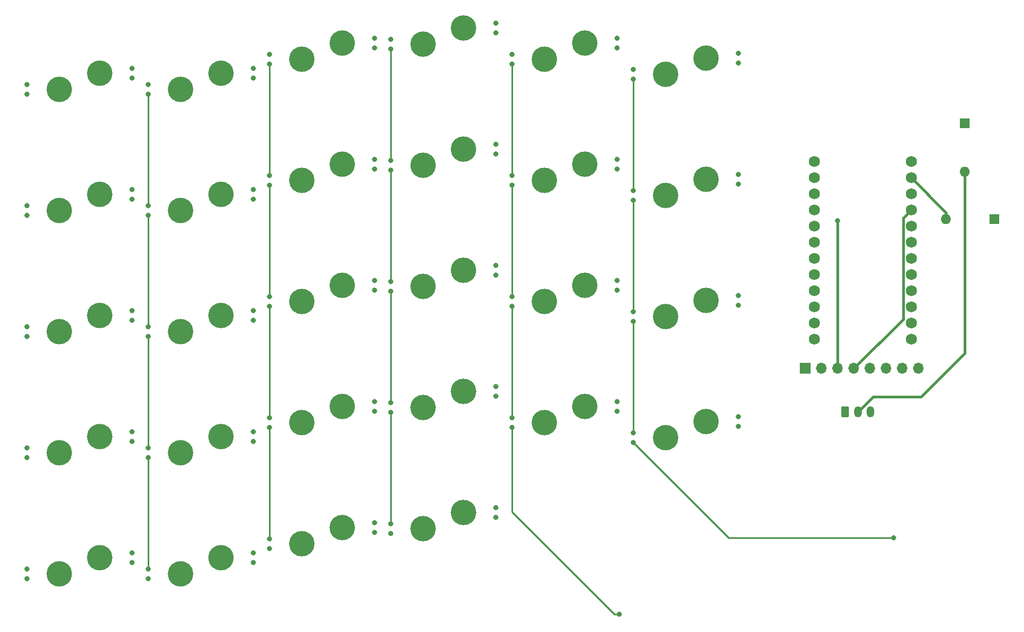
<source format=gtl>
%TF.GenerationSoftware,KiCad,Pcbnew,(6.0.1-0)*%
%TF.CreationDate,2022-02-08T23:28:17+08:00*%
%TF.ProjectId,nut-kb,6e75742d-6b62-42e6-9b69-6361645f7063,rev?*%
%TF.SameCoordinates,Original*%
%TF.FileFunction,Copper,L1,Top*%
%TF.FilePolarity,Positive*%
%FSLAX46Y46*%
G04 Gerber Fmt 4.6, Leading zero omitted, Abs format (unit mm)*
G04 Created by KiCad (PCBNEW (6.0.1-0)) date 2022-02-08 23:28:17*
%MOMM*%
%LPD*%
G01*
G04 APERTURE LIST*
G04 Aperture macros list*
%AMRoundRect*
0 Rectangle with rounded corners*
0 $1 Rounding radius*
0 $2 $3 $4 $5 $6 $7 $8 $9 X,Y pos of 4 corners*
0 Add a 4 corners polygon primitive as box body*
4,1,4,$2,$3,$4,$5,$6,$7,$8,$9,$2,$3,0*
0 Add four circle primitives for the rounded corners*
1,1,$1+$1,$2,$3*
1,1,$1+$1,$4,$5*
1,1,$1+$1,$6,$7*
1,1,$1+$1,$8,$9*
0 Add four rect primitives between the rounded corners*
20,1,$1+$1,$2,$3,$4,$5,0*
20,1,$1+$1,$4,$5,$6,$7,0*
20,1,$1+$1,$6,$7,$8,$9,0*
20,1,$1+$1,$8,$9,$2,$3,0*%
G04 Aperture macros list end*
%TA.AperFunction,ComponentPad*%
%ADD10C,0.800000*%
%TD*%
%TA.AperFunction,ComponentPad*%
%ADD11C,4.000000*%
%TD*%
%TA.AperFunction,ComponentPad*%
%ADD12C,1.752600*%
%TD*%
%TA.AperFunction,ComponentPad*%
%ADD13O,1.200000X1.750000*%
%TD*%
%TA.AperFunction,ComponentPad*%
%ADD14RoundRect,0.250000X-0.350000X-0.625000X0.350000X-0.625000X0.350000X0.625000X-0.350000X0.625000X0*%
%TD*%
%TA.AperFunction,ComponentPad*%
%ADD15O,1.600000X1.600000*%
%TD*%
%TA.AperFunction,ComponentPad*%
%ADD16R,1.600000X1.600000*%
%TD*%
%TA.AperFunction,ComponentPad*%
%ADD17O,1.700000X1.700000*%
%TD*%
%TA.AperFunction,ComponentPad*%
%ADD18R,1.700000X1.700000*%
%TD*%
%TA.AperFunction,ViaPad*%
%ADD19C,0.800000*%
%TD*%
%TA.AperFunction,Conductor*%
%ADD20C,0.254000*%
%TD*%
%TA.AperFunction,Conductor*%
%ADD21C,0.381000*%
%TD*%
G04 APERTURE END LIST*
D10*
%TO.P,MX28,1,COL*%
%TO.N,COL3*%
X73660000Y-98234500D03*
X73660000Y-96710500D03*
D11*
X78740000Y-97472500D03*
%TO.P,MX28,2,ROW*%
%TO.N,Net-(D28-Pad2)*%
X85090000Y-94932500D03*
D10*
X90170000Y-95694500D03*
X90170000Y-94170500D03*
%TD*%
D11*
%TO.P,MX23,2,ROW*%
%TO.N,Net-(D23-Pad2)*%
X104140000Y-78263750D03*
D10*
X109220000Y-77501750D03*
X109220000Y-79025750D03*
%TO.P,MX23,1,COL*%
%TO.N,COL4*%
X92710000Y-81565750D03*
D11*
X97790000Y-80803750D03*
D10*
X92710000Y-80041750D03*
%TD*%
D12*
%TO.P,U1,24,BATIN/P0.04*%
%TO.N,+BATT*%
X155424500Y-39788000D03*
%TO.P,U1,23,GND*%
%TO.N,GND*%
X155424500Y-42328000D03*
%TO.P,U1,22,RST*%
%TO.N,RESET*%
X155424500Y-44868000D03*
%TO.P,U1,21,VCC*%
%TO.N,+3V3*%
X155424500Y-47408000D03*
%TO.P,U1,20,AIN7/P0.31*%
%TO.N,ROW4*%
X155424500Y-49948000D03*
%TO.P,U1,19,AIN5/P0.29*%
%TO.N,unconnected-(U1-Pad19)*%
X155424500Y-52488000D03*
%TO.P,U1,18,AIN0/P0.02*%
%TO.N,CS*%
X155424500Y-55028000D03*
%TO.P,U1,17,P1.15*%
%TO.N,DC*%
X155424500Y-57568000D03*
%TO.P,U1,16,P1.13*%
%TO.N,CLK*%
X155424500Y-60108000D03*
%TO.P,U1,15,P1.11*%
%TO.N,DIN*%
X155424500Y-62648000D03*
%TO.P,U1,14,NFC2/P0.10*%
%TO.N,RST*%
X155424500Y-65188000D03*
%TO.P,U1,13,NFC1/P0.09*%
%TO.N,BUSY*%
X155424500Y-67728000D03*
%TO.P,U1,12,P1.06*%
%TO.N,ROW3*%
X140184500Y-67728000D03*
%TO.P,U1,11,P1.04*%
%TO.N,ROW2*%
X140184500Y-65188000D03*
%TO.P,U1,10,P0.11*%
%TO.N,ROW1*%
X140184500Y-62648000D03*
%TO.P,U1,9,P1.00*%
%TO.N,ROW0*%
X140184500Y-60108000D03*
%TO.P,U1,8,P0.24*%
%TO.N,COL5*%
X140184500Y-57568000D03*
%TO.P,U1,7,P0.22*%
%TO.N,COL4*%
X140184500Y-55028000D03*
%TO.P,U1,6,P0.20*%
%TO.N,COL3*%
X140184500Y-52488000D03*
%TO.P,U1,5,P0.17*%
%TO.N,COL2*%
X140184500Y-49948000D03*
%TO.P,U1,4,GND*%
%TO.N,GND*%
X140184500Y-47408000D03*
%TO.P,U1,3,GND*%
X140184500Y-44868000D03*
%TO.P,U1,2,RX1/P0.08*%
%TO.N,COL1*%
X140184500Y-42328000D03*
%TO.P,U1,1,TX0/P0.06*%
%TO.N,COL0*%
X140184500Y-39788000D03*
%TD*%
D10*
%TO.P,MX26,1,COL*%
%TO.N,COL1*%
X35560000Y-103854250D03*
X35560000Y-105378250D03*
D11*
X40640000Y-104616250D03*
D10*
%TO.P,MX26,2,ROW*%
%TO.N,Net-(D26-Pad2)*%
X52070000Y-102838250D03*
X52070000Y-101314250D03*
D11*
X46990000Y-102076250D03*
%TD*%
D10*
%TO.P,MX1,1,COL*%
%TO.N,COL0*%
X16510000Y-29178250D03*
D11*
X21590000Y-28416250D03*
D10*
X16510000Y-27654250D03*
%TO.P,MX1,2,ROW*%
%TO.N,Net-(D1-Pad2)*%
X33020000Y-26638250D03*
D11*
X27940000Y-25876250D03*
D10*
X33020000Y-25114250D03*
%TD*%
%TO.P,MX16,1,COL*%
%TO.N,COL3*%
X73660000Y-60134500D03*
D11*
X78740000Y-59372500D03*
D10*
X73660000Y-58610500D03*
%TO.P,MX16,2,ROW*%
%TO.N,Net-(D16-Pad2)*%
X90170000Y-56070500D03*
D11*
X85090000Y-56832500D03*
D10*
X90170000Y-57594500D03*
%TD*%
D11*
%TO.P,MX22,1,COL*%
%TO.N,COL3*%
X78740000Y-78422500D03*
D10*
X73660000Y-79184500D03*
X73660000Y-77660500D03*
%TO.P,MX22,2,ROW*%
%TO.N,Net-(D22-Pad2)*%
X90170000Y-76644500D03*
D11*
X85090000Y-75882500D03*
D10*
X90170000Y-75120500D03*
%TD*%
%TO.P,MX25,1,COL*%
%TO.N,COL0*%
X16510000Y-105378250D03*
D11*
X21590000Y-104616250D03*
D10*
X16510000Y-103854250D03*
%TO.P,MX25,2,ROW*%
%TO.N,Net-(D25-Pad2)*%
X33020000Y-102838250D03*
D11*
X27940000Y-102076250D03*
D10*
X33020000Y-101314250D03*
%TD*%
%TO.P,MX3,1,COL*%
%TO.N,COL2*%
X54610000Y-22891750D03*
X54610000Y-24415750D03*
D11*
X59690000Y-23653750D03*
D10*
%TO.P,MX3,2,ROW*%
%TO.N,Net-(D3-Pad2)*%
X71120000Y-20351750D03*
D11*
X66040000Y-21113750D03*
D10*
X71120000Y-21875750D03*
%TD*%
%TO.P,MX2,1,COL*%
%TO.N,COL1*%
X35560000Y-27654250D03*
X35560000Y-29178250D03*
D11*
X40640000Y-28416250D03*
D10*
%TO.P,MX2,2,ROW*%
%TO.N,Net-(D2-Pad2)*%
X52070000Y-25114250D03*
D11*
X46990000Y-25876250D03*
D10*
X52070000Y-26638250D03*
%TD*%
D11*
%TO.P,MX11,1,COL*%
%TO.N,COL4*%
X97790000Y-42703750D03*
D10*
X92710000Y-43465750D03*
X92710000Y-41941750D03*
%TO.P,MX11,2,ROW*%
%TO.N,Net-(D11-Pad2)*%
X109220000Y-40925750D03*
D11*
X104140000Y-40163750D03*
D10*
X109220000Y-39401750D03*
%TD*%
D11*
%TO.P,MX5,1,COL*%
%TO.N,COL4*%
X97790000Y-23653750D03*
D10*
X92710000Y-24415750D03*
X92710000Y-22891750D03*
%TO.P,MX5,2,ROW*%
%TO.N,Net-(D5-Pad2)*%
X109220000Y-21875750D03*
X109220000Y-20351750D03*
D11*
X104140000Y-21113750D03*
%TD*%
D10*
%TO.P,MX21,1,COL*%
%TO.N,COL2*%
X54610000Y-81565750D03*
X54610000Y-80041750D03*
D11*
X59690000Y-80803750D03*
D10*
%TO.P,MX21,2,ROW*%
%TO.N,Net-(D21-Pad2)*%
X71120000Y-77501750D03*
X71120000Y-79025750D03*
D11*
X66040000Y-78263750D03*
%TD*%
D10*
%TO.P,MX7,1,COL*%
%TO.N,COL0*%
X16510000Y-48228250D03*
D11*
X21590000Y-47466250D03*
D10*
X16510000Y-46704250D03*
%TO.P,MX7,2,ROW*%
%TO.N,Net-(D7-Pad2)*%
X33020000Y-45688250D03*
X33020000Y-44164250D03*
D11*
X27940000Y-44926250D03*
%TD*%
D10*
%TO.P,MX20,1,COL*%
%TO.N,COL1*%
X35560000Y-86328250D03*
X35560000Y-84804250D03*
D11*
X40640000Y-85566250D03*
D10*
%TO.P,MX20,2,ROW*%
%TO.N,Net-(D20-Pad2)*%
X52070000Y-83788250D03*
X52070000Y-82264250D03*
D11*
X46990000Y-83026250D03*
%TD*%
D10*
%TO.P,MX4,1,COL*%
%TO.N,COL3*%
X73660000Y-22034500D03*
D11*
X78740000Y-21272500D03*
D10*
X73660000Y-20510500D03*
D11*
%TO.P,MX4,2,ROW*%
%TO.N,Net-(D4-Pad2)*%
X85090000Y-18732500D03*
D10*
X90170000Y-19494500D03*
X90170000Y-17970500D03*
%TD*%
D13*
%TO.P,J1,3,Pin_3*%
%TO.N,GND*%
X149042500Y-79161250D03*
%TO.P,J1,2,Pin_2*%
%TO.N,Net-(J1-Pad2)*%
X147042500Y-79161250D03*
D14*
%TO.P,J1,1,Pin_1*%
%TO.N,GND*%
X145042500Y-79161250D03*
%TD*%
D10*
%TO.P,MX19,1,COL*%
%TO.N,COL0*%
X16510000Y-84804250D03*
D11*
X21590000Y-85566250D03*
D10*
X16510000Y-86328250D03*
D11*
%TO.P,MX19,2,ROW*%
%TO.N,Net-(D19-Pad2)*%
X27940000Y-83026250D03*
D10*
X33020000Y-82264250D03*
X33020000Y-83788250D03*
%TD*%
%TO.P,MX15,1,COL*%
%TO.N,COL2*%
X54610000Y-60991750D03*
X54610000Y-62515750D03*
D11*
X59690000Y-61753750D03*
D10*
%TO.P,MX15,2,ROW*%
%TO.N,Net-(D15-Pad2)*%
X71120000Y-59975750D03*
X71120000Y-58451750D03*
D11*
X66040000Y-59213750D03*
%TD*%
%TO.P,MX8,1,COL*%
%TO.N,COL1*%
X40640000Y-47466250D03*
D10*
X35560000Y-48228250D03*
X35560000Y-46704250D03*
%TO.P,MX8,2,ROW*%
%TO.N,Net-(D8-Pad2)*%
X52070000Y-45688250D03*
X52070000Y-44164250D03*
D11*
X46990000Y-44926250D03*
%TD*%
%TO.P,MX17,1,COL*%
%TO.N,COL4*%
X97790000Y-61753750D03*
D10*
X92710000Y-60991750D03*
X92710000Y-62515750D03*
%TO.P,MX17,2,ROW*%
%TO.N,Net-(D17-Pad2)*%
X109220000Y-58451750D03*
X109220000Y-59975750D03*
D11*
X104140000Y-59213750D03*
%TD*%
D10*
%TO.P,MX10,1,COL*%
%TO.N,COL3*%
X73660000Y-41084500D03*
D11*
X78740000Y-40322500D03*
D10*
X73660000Y-39560500D03*
D11*
%TO.P,MX10,2,ROW*%
%TO.N,Net-(D10-Pad2)*%
X85090000Y-37782500D03*
D10*
X90170000Y-37020500D03*
X90170000Y-38544500D03*
%TD*%
D11*
%TO.P,MX24,1,COL*%
%TO.N,COL5*%
X116840000Y-83185000D03*
D10*
X111760000Y-82423000D03*
X111760000Y-83947000D03*
%TO.P,MX24,2,ROW*%
%TO.N,Net-(D24-Pad2)*%
X128270000Y-79883000D03*
D11*
X123190000Y-80645000D03*
D10*
X128270000Y-81407000D03*
%TD*%
D15*
%TO.P,SW2,2,B*%
%TO.N,Net-(J1-Pad2)*%
X163806500Y-41357250D03*
D16*
%TO.P,SW2,1,A*%
%TO.N,+BATT*%
X163806500Y-33737250D03*
%TD*%
D11*
%TO.P,MX14,1,COL*%
%TO.N,COL1*%
X40640000Y-66516250D03*
D10*
X35560000Y-67278250D03*
X35560000Y-65754250D03*
D11*
%TO.P,MX14,2,ROW*%
%TO.N,Net-(D14-Pad2)*%
X46990000Y-63976250D03*
D10*
X52070000Y-63214250D03*
X52070000Y-64738250D03*
%TD*%
D17*
%TO.P,J2,8,Pin_8*%
%TO.N,BUSY*%
X156582500Y-72320250D03*
%TO.P,J2,7,Pin_7*%
%TO.N,RST*%
X154042500Y-72320250D03*
%TO.P,J2,6,Pin_6*%
%TO.N,DIN*%
X151502500Y-72320250D03*
%TO.P,J2,5,Pin_5*%
%TO.N,CLK*%
X148962500Y-72320250D03*
%TO.P,J2,4,Pin_4*%
%TO.N,+3V3*%
X146422500Y-72320250D03*
%TO.P,J2,3,Pin_3*%
%TO.N,GND*%
X143882500Y-72320250D03*
%TO.P,J2,2,Pin_2*%
%TO.N,DC*%
X141342500Y-72320250D03*
D18*
%TO.P,J2,1,asdf*%
%TO.N,CS*%
X138802500Y-72320250D03*
%TD*%
D10*
%TO.P,MX9,1,COL*%
%TO.N,COL2*%
X54610000Y-41941750D03*
D11*
X59690000Y-42703750D03*
D10*
X54610000Y-43465750D03*
%TO.P,MX9,2,ROW*%
%TO.N,Net-(D9-Pad2)*%
X71120000Y-40925750D03*
X71120000Y-39401750D03*
D11*
X66040000Y-40163750D03*
%TD*%
D16*
%TO.P,SW1,1,1*%
%TO.N,RESET*%
X168495500Y-48850250D03*
D15*
%TO.P,SW1,2,2*%
%TO.N,GND*%
X160875500Y-48850250D03*
%TD*%
D10*
%TO.P,MX27,1,COL*%
%TO.N,COL2*%
X54610000Y-100615750D03*
D11*
X59690000Y-99853750D03*
D10*
X54610000Y-99091750D03*
D11*
%TO.P,MX27,2,ROW*%
%TO.N,Net-(D27-Pad2)*%
X66040000Y-97313750D03*
D10*
X71120000Y-98075750D03*
X71120000Y-96551750D03*
%TD*%
%TO.P,MX12,1,COL*%
%TO.N,COL5*%
X111760000Y-44323000D03*
X111760000Y-45847000D03*
D11*
X116840000Y-45085000D03*
%TO.P,MX12,2,ROW*%
%TO.N,Net-(D12-Pad2)*%
X123190000Y-42545000D03*
D10*
X128270000Y-41783000D03*
X128270000Y-43307000D03*
%TD*%
D11*
%TO.P,MX18,1,COL*%
%TO.N,COL5*%
X116840000Y-64135000D03*
D10*
X111760000Y-64897000D03*
X111760000Y-63373000D03*
%TO.P,MX18,2,ROW*%
%TO.N,Net-(D18-Pad2)*%
X128270000Y-60833000D03*
X128270000Y-62357000D03*
D11*
X123190000Y-61595000D03*
%TD*%
%TO.P,MX6,1,COL*%
%TO.N,COL5*%
X116840000Y-26035000D03*
D10*
X111760000Y-25273000D03*
X111760000Y-26797000D03*
D11*
%TO.P,MX6,2,ROW*%
%TO.N,Net-(D6-Pad2)*%
X123190000Y-23495000D03*
D10*
X128270000Y-22733000D03*
X128270000Y-24257000D03*
%TD*%
D11*
%TO.P,MX13,1,COL*%
%TO.N,COL0*%
X21590000Y-66516250D03*
D10*
X16510000Y-67278250D03*
X16510000Y-65754250D03*
%TO.P,MX13,2,ROW*%
%TO.N,Net-(D13-Pad2)*%
X33020000Y-63214250D03*
D11*
X27940000Y-63976250D03*
D10*
X33020000Y-64738250D03*
%TD*%
D19*
%TO.N,COL5*%
X152654000Y-98933000D03*
%TO.N,COL4*%
X109601000Y-110998000D03*
%TO.N,GND*%
X143867500Y-49104250D03*
%TD*%
D20*
%TO.N,COL5*%
X111760000Y-83947000D02*
X126746000Y-98933000D01*
X126746000Y-98933000D02*
X152654000Y-98933000D01*
%TO.N,COL4*%
X109601000Y-110998000D02*
X108839000Y-110998000D01*
X108839000Y-110998000D02*
X92710000Y-94869000D01*
X92710000Y-94869000D02*
X92710000Y-81565750D01*
D21*
%TO.N,GND*%
X160875500Y-48850250D02*
X160875500Y-47779000D01*
X160875500Y-47779000D02*
X155424500Y-42328000D01*
D20*
%TO.N,COL5*%
X111760000Y-64897000D02*
X111760000Y-82423000D01*
X111760000Y-45847000D02*
X111760000Y-63373000D01*
X111760000Y-26797000D02*
X111760000Y-44323000D01*
%TO.N,COL4*%
X92710000Y-41941750D02*
X92710000Y-24415750D01*
X92710000Y-60991750D02*
X92710000Y-43465750D01*
X92710000Y-80041750D02*
X92710000Y-62515750D01*
%TO.N,COL3*%
X73660000Y-79184500D02*
X73660000Y-96710500D01*
X73660000Y-77660500D02*
X73660000Y-60134500D01*
X73660000Y-41084500D02*
X73660000Y-58610500D01*
X73660000Y-22034500D02*
X73660000Y-39560500D01*
%TO.N,COL2*%
X54610000Y-41941750D02*
X54610000Y-24415750D01*
X54610000Y-60991750D02*
X54610000Y-43465750D01*
X54610000Y-80041750D02*
X54610000Y-62515750D01*
X54610000Y-99091750D02*
X54610000Y-81565750D01*
%TO.N,COL1*%
X35560000Y-46704250D02*
X35560000Y-29178250D01*
X35560000Y-65754250D02*
X35560000Y-48228250D01*
X35560000Y-84804250D02*
X35560000Y-67278250D01*
X35560000Y-103854250D02*
X35560000Y-86328250D01*
D21*
%TO.N,GND*%
X143882500Y-49119250D02*
X143867500Y-49104250D01*
X143882500Y-72320250D02*
X143882500Y-49119250D01*
%TO.N,+3V3*%
X146422500Y-72320250D02*
X154154500Y-64588250D01*
X154154500Y-64588250D02*
X154154500Y-48678000D01*
X154154500Y-48678000D02*
X155424500Y-47408000D01*
%TO.N,Net-(J1-Pad2)*%
X156948500Y-76790250D02*
X163806500Y-69932250D01*
X149413500Y-76790250D02*
X156948500Y-76790250D01*
X147042500Y-79161250D02*
X149413500Y-76790250D01*
X163806500Y-69932250D02*
X163806500Y-41357250D01*
%TD*%
M02*

</source>
